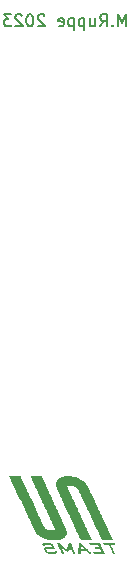
<source format=gbr>
%TF.GenerationSoftware,KiCad,Pcbnew,7.0.5*%
%TF.CreationDate,2023-06-11T14:56:47+10:00*%
%TF.ProjectId,Servo Controller 555,53657276-6f20-4436-9f6e-74726f6c6c65,rev?*%
%TF.SameCoordinates,Original*%
%TF.FileFunction,Legend,Bot*%
%TF.FilePolarity,Positive*%
%FSLAX46Y46*%
G04 Gerber Fmt 4.6, Leading zero omitted, Abs format (unit mm)*
G04 Created by KiCad (PCBNEW 7.0.5) date 2023-06-11 14:56:47*
%MOMM*%
%LPD*%
G01*
G04 APERTURE LIST*
%ADD10C,0.150000*%
G04 APERTURE END LIST*
D10*
X235375220Y-62353819D02*
X235375220Y-61353819D01*
X235375220Y-61353819D02*
X235041887Y-62068104D01*
X235041887Y-62068104D02*
X234708554Y-61353819D01*
X234708554Y-61353819D02*
X234708554Y-62353819D01*
X234232363Y-62258580D02*
X234184744Y-62306200D01*
X234184744Y-62306200D02*
X234232363Y-62353819D01*
X234232363Y-62353819D02*
X234279982Y-62306200D01*
X234279982Y-62306200D02*
X234232363Y-62258580D01*
X234232363Y-62258580D02*
X234232363Y-62353819D01*
X233184745Y-62353819D02*
X233518078Y-61877628D01*
X233756173Y-62353819D02*
X233756173Y-61353819D01*
X233756173Y-61353819D02*
X233375221Y-61353819D01*
X233375221Y-61353819D02*
X233279983Y-61401438D01*
X233279983Y-61401438D02*
X233232364Y-61449057D01*
X233232364Y-61449057D02*
X233184745Y-61544295D01*
X233184745Y-61544295D02*
X233184745Y-61687152D01*
X233184745Y-61687152D02*
X233232364Y-61782390D01*
X233232364Y-61782390D02*
X233279983Y-61830009D01*
X233279983Y-61830009D02*
X233375221Y-61877628D01*
X233375221Y-61877628D02*
X233756173Y-61877628D01*
X232327602Y-61687152D02*
X232327602Y-62353819D01*
X232756173Y-61687152D02*
X232756173Y-62210961D01*
X232756173Y-62210961D02*
X232708554Y-62306200D01*
X232708554Y-62306200D02*
X232613316Y-62353819D01*
X232613316Y-62353819D02*
X232470459Y-62353819D01*
X232470459Y-62353819D02*
X232375221Y-62306200D01*
X232375221Y-62306200D02*
X232327602Y-62258580D01*
X231851411Y-61687152D02*
X231851411Y-62687152D01*
X231851411Y-61734771D02*
X231756173Y-61687152D01*
X231756173Y-61687152D02*
X231565697Y-61687152D01*
X231565697Y-61687152D02*
X231470459Y-61734771D01*
X231470459Y-61734771D02*
X231422840Y-61782390D01*
X231422840Y-61782390D02*
X231375221Y-61877628D01*
X231375221Y-61877628D02*
X231375221Y-62163342D01*
X231375221Y-62163342D02*
X231422840Y-62258580D01*
X231422840Y-62258580D02*
X231470459Y-62306200D01*
X231470459Y-62306200D02*
X231565697Y-62353819D01*
X231565697Y-62353819D02*
X231756173Y-62353819D01*
X231756173Y-62353819D02*
X231851411Y-62306200D01*
X230946649Y-61687152D02*
X230946649Y-62687152D01*
X230946649Y-61734771D02*
X230851411Y-61687152D01*
X230851411Y-61687152D02*
X230660935Y-61687152D01*
X230660935Y-61687152D02*
X230565697Y-61734771D01*
X230565697Y-61734771D02*
X230518078Y-61782390D01*
X230518078Y-61782390D02*
X230470459Y-61877628D01*
X230470459Y-61877628D02*
X230470459Y-62163342D01*
X230470459Y-62163342D02*
X230518078Y-62258580D01*
X230518078Y-62258580D02*
X230565697Y-62306200D01*
X230565697Y-62306200D02*
X230660935Y-62353819D01*
X230660935Y-62353819D02*
X230851411Y-62353819D01*
X230851411Y-62353819D02*
X230946649Y-62306200D01*
X229660935Y-62306200D02*
X229756173Y-62353819D01*
X229756173Y-62353819D02*
X229946649Y-62353819D01*
X229946649Y-62353819D02*
X230041887Y-62306200D01*
X230041887Y-62306200D02*
X230089506Y-62210961D01*
X230089506Y-62210961D02*
X230089506Y-61830009D01*
X230089506Y-61830009D02*
X230041887Y-61734771D01*
X230041887Y-61734771D02*
X229946649Y-61687152D01*
X229946649Y-61687152D02*
X229756173Y-61687152D01*
X229756173Y-61687152D02*
X229660935Y-61734771D01*
X229660935Y-61734771D02*
X229613316Y-61830009D01*
X229613316Y-61830009D02*
X229613316Y-61925247D01*
X229613316Y-61925247D02*
X230089506Y-62020485D01*
X228470458Y-61449057D02*
X228422839Y-61401438D01*
X228422839Y-61401438D02*
X228327601Y-61353819D01*
X228327601Y-61353819D02*
X228089506Y-61353819D01*
X228089506Y-61353819D02*
X227994268Y-61401438D01*
X227994268Y-61401438D02*
X227946649Y-61449057D01*
X227946649Y-61449057D02*
X227899030Y-61544295D01*
X227899030Y-61544295D02*
X227899030Y-61639533D01*
X227899030Y-61639533D02*
X227946649Y-61782390D01*
X227946649Y-61782390D02*
X228518077Y-62353819D01*
X228518077Y-62353819D02*
X227899030Y-62353819D01*
X227279982Y-61353819D02*
X227184744Y-61353819D01*
X227184744Y-61353819D02*
X227089506Y-61401438D01*
X227089506Y-61401438D02*
X227041887Y-61449057D01*
X227041887Y-61449057D02*
X226994268Y-61544295D01*
X226994268Y-61544295D02*
X226946649Y-61734771D01*
X226946649Y-61734771D02*
X226946649Y-61972866D01*
X226946649Y-61972866D02*
X226994268Y-62163342D01*
X226994268Y-62163342D02*
X227041887Y-62258580D01*
X227041887Y-62258580D02*
X227089506Y-62306200D01*
X227089506Y-62306200D02*
X227184744Y-62353819D01*
X227184744Y-62353819D02*
X227279982Y-62353819D01*
X227279982Y-62353819D02*
X227375220Y-62306200D01*
X227375220Y-62306200D02*
X227422839Y-62258580D01*
X227422839Y-62258580D02*
X227470458Y-62163342D01*
X227470458Y-62163342D02*
X227518077Y-61972866D01*
X227518077Y-61972866D02*
X227518077Y-61734771D01*
X227518077Y-61734771D02*
X227470458Y-61544295D01*
X227470458Y-61544295D02*
X227422839Y-61449057D01*
X227422839Y-61449057D02*
X227375220Y-61401438D01*
X227375220Y-61401438D02*
X227279982Y-61353819D01*
X226565696Y-61449057D02*
X226518077Y-61401438D01*
X226518077Y-61401438D02*
X226422839Y-61353819D01*
X226422839Y-61353819D02*
X226184744Y-61353819D01*
X226184744Y-61353819D02*
X226089506Y-61401438D01*
X226089506Y-61401438D02*
X226041887Y-61449057D01*
X226041887Y-61449057D02*
X225994268Y-61544295D01*
X225994268Y-61544295D02*
X225994268Y-61639533D01*
X225994268Y-61639533D02*
X226041887Y-61782390D01*
X226041887Y-61782390D02*
X226613315Y-62353819D01*
X226613315Y-62353819D02*
X225994268Y-62353819D01*
X225660934Y-61353819D02*
X225041887Y-61353819D01*
X225041887Y-61353819D02*
X225375220Y-61734771D01*
X225375220Y-61734771D02*
X225232363Y-61734771D01*
X225232363Y-61734771D02*
X225137125Y-61782390D01*
X225137125Y-61782390D02*
X225089506Y-61830009D01*
X225089506Y-61830009D02*
X225041887Y-61925247D01*
X225041887Y-61925247D02*
X225041887Y-62163342D01*
X225041887Y-62163342D02*
X225089506Y-62258580D01*
X225089506Y-62258580D02*
X225137125Y-62306200D01*
X225137125Y-62306200D02*
X225232363Y-62353819D01*
X225232363Y-62353819D02*
X225518077Y-62353819D01*
X225518077Y-62353819D02*
X225613315Y-62306200D01*
X225613315Y-62306200D02*
X225660934Y-62258580D01*
%TO.C,G\u002A\u002A\u002A*%
G36*
X234442618Y-106162908D02*
G01*
X234445406Y-106169317D01*
X234453961Y-106187967D01*
X234465290Y-106211901D01*
X234477703Y-106237525D01*
X234485153Y-106253155D01*
X234494176Y-106273651D01*
X234499700Y-106288352D01*
X234500743Y-106294813D01*
X234498173Y-106295308D01*
X234485121Y-106296089D01*
X234462373Y-106296783D01*
X234431375Y-106297367D01*
X234393573Y-106297814D01*
X234350412Y-106298101D01*
X234303339Y-106298202D01*
X234274479Y-106298240D01*
X234229901Y-106298456D01*
X234190261Y-106298843D01*
X234156970Y-106299376D01*
X234131441Y-106300029D01*
X234115088Y-106300779D01*
X234109323Y-106301600D01*
X234111358Y-106306464D01*
X234118097Y-106321319D01*
X234129118Y-106345195D01*
X234143972Y-106377132D01*
X234162210Y-106416169D01*
X234183383Y-106461347D01*
X234207043Y-106511706D01*
X234232741Y-106566285D01*
X234260029Y-106624125D01*
X234282709Y-106672165D01*
X234309587Y-106729140D01*
X234334878Y-106782794D01*
X234358077Y-106832052D01*
X234378676Y-106875839D01*
X234396171Y-106913078D01*
X234410055Y-106942694D01*
X234419822Y-106963612D01*
X234424967Y-106974755D01*
X234439198Y-107006258D01*
X234338175Y-107006258D01*
X234237152Y-107006258D01*
X234070270Y-106652230D01*
X233903387Y-106298202D01*
X233704066Y-106298202D01*
X233690212Y-106298197D01*
X233635271Y-106298040D01*
X233591150Y-106297637D01*
X233556889Y-106296953D01*
X233531524Y-106295952D01*
X233514092Y-106294601D01*
X233503632Y-106292862D01*
X233499181Y-106290702D01*
X233498107Y-106289030D01*
X233492206Y-106277998D01*
X233483212Y-106259918D01*
X233472322Y-106237336D01*
X233460731Y-106212799D01*
X233449635Y-106188854D01*
X233440229Y-106168048D01*
X233433709Y-106152927D01*
X233431270Y-106146037D01*
X233433545Y-106145671D01*
X233446403Y-106145100D01*
X233469838Y-106144561D01*
X233502971Y-106144061D01*
X233544923Y-106143605D01*
X233594815Y-106143201D01*
X233651768Y-106142855D01*
X233714903Y-106142574D01*
X233783342Y-106142365D01*
X233856206Y-106142235D01*
X233932616Y-106142190D01*
X234433961Y-106142190D01*
X234442618Y-106162908D01*
G37*
G36*
X232713044Y-106142222D02*
G01*
X233158248Y-106142254D01*
X233359264Y-106568757D01*
X233368419Y-106588183D01*
X233399674Y-106654522D01*
X233429337Y-106717511D01*
X233457015Y-106776316D01*
X233482316Y-106830104D01*
X233504850Y-106878039D01*
X233524223Y-106919289D01*
X233540045Y-106953020D01*
X233551923Y-106978398D01*
X233559465Y-106994589D01*
X233562280Y-107000759D01*
X233561035Y-107001262D01*
X233549860Y-107002228D01*
X233527619Y-107003110D01*
X233494936Y-107003899D01*
X233452440Y-107004588D01*
X233400755Y-107005168D01*
X233340509Y-107005634D01*
X233272328Y-107005975D01*
X233196838Y-107006186D01*
X233114665Y-107006258D01*
X232665050Y-107006258D01*
X232628127Y-106928753D01*
X232622972Y-106917898D01*
X232610460Y-106891240D01*
X232600379Y-106869310D01*
X232593652Y-106854136D01*
X232591204Y-106847747D01*
X232595052Y-106847225D01*
X232609825Y-106846615D01*
X232634681Y-106846050D01*
X232668561Y-106845544D01*
X232710405Y-106845105D01*
X232759153Y-106844745D01*
X232813746Y-106844474D01*
X232873126Y-106844304D01*
X232936231Y-106844245D01*
X232987633Y-106844215D01*
X233047799Y-106844101D01*
X233103381Y-106843908D01*
X233153318Y-106843645D01*
X233196551Y-106843321D01*
X233232021Y-106842943D01*
X233258669Y-106842520D01*
X233275434Y-106842059D01*
X233281258Y-106841570D01*
X233278874Y-106835632D01*
X233272172Y-106820561D01*
X233261948Y-106798111D01*
X233248997Y-106770029D01*
X233234116Y-106738062D01*
X233186973Y-106637229D01*
X232985950Y-106635650D01*
X232784926Y-106634071D01*
X232751070Y-106561954D01*
X232748203Y-106555839D01*
X232736066Y-106529701D01*
X232726224Y-106508123D01*
X232719624Y-106493200D01*
X232717214Y-106487027D01*
X232719449Y-106486602D01*
X232731924Y-106485958D01*
X232754117Y-106485386D01*
X232784620Y-106484905D01*
X232822021Y-106484536D01*
X232864909Y-106484300D01*
X232911875Y-106484217D01*
X232940930Y-106484167D01*
X232985796Y-106483880D01*
X233025833Y-106483367D01*
X233059606Y-106482662D01*
X233085681Y-106481796D01*
X233102624Y-106480804D01*
X233109001Y-106479717D01*
X233108169Y-106475525D01*
X233103008Y-106461926D01*
X233093973Y-106440846D01*
X233081869Y-106414152D01*
X233067504Y-106383709D01*
X233023542Y-106292202D01*
X232681439Y-106292202D01*
X232339335Y-106292202D01*
X232318180Y-106250195D01*
X232305853Y-106225191D01*
X232292832Y-106197886D01*
X232282432Y-106175189D01*
X232267839Y-106142190D01*
X232713044Y-106142222D01*
G37*
G36*
X232169870Y-106698956D02*
G01*
X232221920Y-106749161D01*
X232270173Y-106795737D01*
X232313937Y-106838013D01*
X232352518Y-106875319D01*
X232385222Y-106906986D01*
X232411357Y-106932345D01*
X232430229Y-106950724D01*
X232441144Y-106961454D01*
X232486099Y-107006258D01*
X232386546Y-107006258D01*
X232286994Y-107006258D01*
X232187588Y-106910189D01*
X232088182Y-106814120D01*
X231816152Y-106815681D01*
X231544121Y-106817243D01*
X231537111Y-106901250D01*
X231536326Y-106910685D01*
X231533828Y-106941118D01*
X231531743Y-106967113D01*
X231530271Y-106986161D01*
X231529610Y-106995757D01*
X231528782Y-106999076D01*
X231525370Y-107001869D01*
X231517815Y-107003832D01*
X231504547Y-107005109D01*
X231483993Y-107005843D01*
X231454583Y-107006178D01*
X231414744Y-107006258D01*
X231300367Y-107006258D01*
X231303883Y-106980756D01*
X231304693Y-106974188D01*
X231306781Y-106955808D01*
X231309852Y-106927901D01*
X231313782Y-106891659D01*
X231318445Y-106848276D01*
X231323716Y-106798943D01*
X231329469Y-106744852D01*
X231335579Y-106687195D01*
X231339748Y-106647730D01*
X231553059Y-106647730D01*
X231553689Y-106650548D01*
X231556452Y-106652917D01*
X231562582Y-106654744D01*
X231573312Y-106656100D01*
X231589876Y-106657052D01*
X231613507Y-106657672D01*
X231645438Y-106658029D01*
X231686904Y-106658192D01*
X231739137Y-106658231D01*
X231761079Y-106658199D01*
X231805201Y-106657933D01*
X231844535Y-106657426D01*
X231877641Y-106656713D01*
X231903074Y-106655830D01*
X231919391Y-106654811D01*
X231925151Y-106653691D01*
X231924414Y-106652535D01*
X231917001Y-106644173D01*
X231902343Y-106628651D01*
X231881332Y-106606884D01*
X231854859Y-106579788D01*
X231823817Y-106548278D01*
X231789099Y-106513269D01*
X231751597Y-106475676D01*
X231578044Y-106302199D01*
X231574837Y-106322703D01*
X231574372Y-106326534D01*
X231572949Y-106342266D01*
X231571008Y-106366897D01*
X231568687Y-106398358D01*
X231566124Y-106434580D01*
X231563458Y-106473496D01*
X231560827Y-106513037D01*
X231558371Y-106551135D01*
X231556227Y-106585722D01*
X231554535Y-106614729D01*
X231553433Y-106636087D01*
X231553059Y-106647730D01*
X231339748Y-106647730D01*
X231341920Y-106627166D01*
X231348368Y-106565955D01*
X231354796Y-106504755D01*
X231361081Y-106444759D01*
X231367095Y-106387158D01*
X231372714Y-106333145D01*
X231377812Y-106283912D01*
X231382265Y-106240651D01*
X231385946Y-106204555D01*
X231388731Y-106176815D01*
X231390494Y-106158624D01*
X231391109Y-106151174D01*
X231392430Y-106148040D01*
X231397800Y-106145570D01*
X231408816Y-106143914D01*
X231427065Y-106142933D01*
X231454136Y-106142490D01*
X231491617Y-106142447D01*
X231592125Y-106142703D01*
X231994157Y-106529677D01*
X231997879Y-106533260D01*
X232057156Y-106590336D01*
X232114718Y-106645791D01*
X232122913Y-106653691D01*
X232169870Y-106698956D01*
G37*
G36*
X230029315Y-106397183D02*
G01*
X230035072Y-106401759D01*
X230095571Y-106449697D01*
X230151017Y-106493352D01*
X230200878Y-106532317D01*
X230244617Y-106566182D01*
X230281702Y-106594538D01*
X230311597Y-106616977D01*
X230333769Y-106633090D01*
X230347683Y-106642468D01*
X230352805Y-106644702D01*
X230353800Y-106641744D01*
X230358150Y-106628366D01*
X230365525Y-106605493D01*
X230375535Y-106574340D01*
X230387790Y-106536120D01*
X230401901Y-106492049D01*
X230417477Y-106443341D01*
X230434130Y-106391210D01*
X230512677Y-106145190D01*
X230596365Y-106143699D01*
X230680053Y-106142207D01*
X230881069Y-106568974D01*
X230890308Y-106588590D01*
X230921553Y-106654944D01*
X230951206Y-106717945D01*
X230978876Y-106776757D01*
X231004171Y-106830548D01*
X231026700Y-106878485D01*
X231046071Y-106919733D01*
X231061892Y-106953459D01*
X231073773Y-106978830D01*
X231081320Y-106995013D01*
X231084143Y-107001173D01*
X231084078Y-107001605D01*
X231077063Y-107003451D01*
X231060183Y-107004677D01*
X231035215Y-107005198D01*
X231003931Y-107004931D01*
X230921661Y-107003258D01*
X230786479Y-106716612D01*
X230774766Y-106691807D01*
X230749581Y-106638685D01*
X230726126Y-106589506D01*
X230704883Y-106545259D01*
X230686332Y-106506932D01*
X230670952Y-106475516D01*
X230659224Y-106451999D01*
X230651628Y-106437370D01*
X230648644Y-106432620D01*
X230648125Y-106433763D01*
X230644491Y-106444127D01*
X230637833Y-106464237D01*
X230628544Y-106492874D01*
X230617017Y-106528815D01*
X230603643Y-106570841D01*
X230588814Y-106617730D01*
X230572924Y-106668261D01*
X230499856Y-106901250D01*
X230478946Y-106901175D01*
X230478244Y-106901159D01*
X230473040Y-106900302D01*
X230466360Y-106897741D01*
X230457495Y-106892937D01*
X230445740Y-106885349D01*
X230430387Y-106874439D01*
X230410730Y-106859665D01*
X230386062Y-106840488D01*
X230355675Y-106816368D01*
X230318864Y-106786765D01*
X230274921Y-106751138D01*
X230223139Y-106708948D01*
X230162812Y-106659656D01*
X230149338Y-106648638D01*
X230098477Y-106607094D01*
X230050590Y-106568044D01*
X230006464Y-106532127D01*
X229966888Y-106499983D01*
X229932651Y-106472249D01*
X229904541Y-106449567D01*
X229883348Y-106432573D01*
X229869859Y-106421909D01*
X229864864Y-106418212D01*
X229865269Y-106419644D01*
X229869715Y-106430131D01*
X229878602Y-106449961D01*
X229891474Y-106478143D01*
X229907872Y-106513686D01*
X229927339Y-106555602D01*
X229949417Y-106602899D01*
X229973648Y-106654586D01*
X229999575Y-106709675D01*
X230012943Y-106738038D01*
X230038193Y-106791683D01*
X230061598Y-106841502D01*
X230082688Y-106886489D01*
X230100994Y-106925643D01*
X230116048Y-106957959D01*
X230127381Y-106982435D01*
X230134525Y-106998066D01*
X230137011Y-107003850D01*
X230134928Y-107004381D01*
X230123049Y-107005023D01*
X230102417Y-107005340D01*
X230075061Y-107005310D01*
X230043010Y-107004910D01*
X229949010Y-107003258D01*
X229758225Y-106598226D01*
X229728167Y-106534419D01*
X229698265Y-106470948D01*
X229670031Y-106411027D01*
X229643896Y-106355569D01*
X229620291Y-106305487D01*
X229599645Y-106261694D01*
X229582391Y-106225105D01*
X229568958Y-106196633D01*
X229559778Y-106177191D01*
X229555280Y-106167692D01*
X229543120Y-106142190D01*
X229625861Y-106142190D01*
X229708603Y-106142190D01*
X230029315Y-106397183D01*
G37*
G36*
X228895710Y-106143245D02*
G01*
X228937180Y-106143847D01*
X228971417Y-106144856D01*
X228999463Y-106146334D01*
X229022360Y-106148340D01*
X229041146Y-106150937D01*
X229056864Y-106154187D01*
X229070554Y-106158149D01*
X229083257Y-106162886D01*
X229096014Y-106168459D01*
X229118758Y-106180453D01*
X229145079Y-106199353D01*
X229169930Y-106223734D01*
X229194240Y-106254813D01*
X229218941Y-106293810D01*
X229244963Y-106341941D01*
X229273238Y-106400426D01*
X229293485Y-106445598D01*
X229311559Y-106490806D01*
X229323231Y-106527885D01*
X229328570Y-106557888D01*
X229327642Y-106581871D01*
X229320516Y-106600886D01*
X229307261Y-106615987D01*
X229287944Y-106628228D01*
X229257941Y-106643229D01*
X228947417Y-106645029D01*
X228925626Y-106645161D01*
X228867074Y-106645568D01*
X228812706Y-106646023D01*
X228763638Y-106646512D01*
X228720987Y-106647020D01*
X228685871Y-106647534D01*
X228659405Y-106648040D01*
X228642707Y-106648522D01*
X228636892Y-106648967D01*
X228638660Y-106653330D01*
X228644790Y-106667013D01*
X228654518Y-106688240D01*
X228667026Y-106715224D01*
X228681491Y-106746175D01*
X228726089Y-106841245D01*
X229029940Y-106842800D01*
X229333791Y-106844356D01*
X229329586Y-106830799D01*
X229325705Y-106820697D01*
X229317676Y-106802661D01*
X229307770Y-106782133D01*
X229299387Y-106764525D01*
X229293751Y-106750821D01*
X229292447Y-106744734D01*
X229295859Y-106744160D01*
X229309245Y-106745263D01*
X229330321Y-106748369D01*
X229356661Y-106752986D01*
X229385840Y-106758620D01*
X229415434Y-106764779D01*
X229443016Y-106770969D01*
X229466163Y-106776697D01*
X229482449Y-106781470D01*
X229489448Y-106784795D01*
X229491629Y-106788643D01*
X229499290Y-106805581D01*
X229508392Y-106828983D01*
X229517601Y-106855130D01*
X229525583Y-106880298D01*
X229531004Y-106900767D01*
X229534112Y-106919397D01*
X229533057Y-106947520D01*
X229522655Y-106968973D01*
X229502155Y-106984948D01*
X229470808Y-106996640D01*
X229456631Y-106998776D01*
X229431846Y-107000661D01*
X229397856Y-107002292D01*
X229356056Y-107003667D01*
X229307844Y-107004784D01*
X229254616Y-107005641D01*
X229197769Y-107006238D01*
X229138700Y-107006572D01*
X229078806Y-107006642D01*
X229019483Y-107006447D01*
X228962128Y-107005983D01*
X228908137Y-107005251D01*
X228858908Y-107004248D01*
X228815837Y-107002972D01*
X228780321Y-107001423D01*
X228753756Y-106999598D01*
X228737540Y-106997496D01*
X228700401Y-106987984D01*
X228665732Y-106974011D01*
X228635688Y-106954773D01*
X228606378Y-106928214D01*
X228596665Y-106917923D01*
X228585074Y-106904126D01*
X228573877Y-106888424D01*
X228561988Y-106869017D01*
X228548324Y-106844109D01*
X228531799Y-106811901D01*
X228511330Y-106770594D01*
X228500313Y-106747985D01*
X228474902Y-106694002D01*
X228455326Y-106648933D01*
X228441337Y-106611774D01*
X228432684Y-106581525D01*
X228429121Y-106557183D01*
X228430396Y-106537746D01*
X228436262Y-106522212D01*
X228446469Y-106509578D01*
X228451960Y-106504537D01*
X228458547Y-106499246D01*
X228465969Y-106494818D01*
X228475241Y-106491168D01*
X228487377Y-106488213D01*
X228503392Y-106485867D01*
X228524303Y-106484048D01*
X228551124Y-106482670D01*
X228584869Y-106481649D01*
X228626555Y-106480901D01*
X228677197Y-106480342D01*
X228737808Y-106479887D01*
X228809406Y-106479453D01*
X228833739Y-106479300D01*
X228892442Y-106478836D01*
X228946924Y-106478273D01*
X228996073Y-106477630D01*
X229038778Y-106476929D01*
X229073928Y-106476188D01*
X229100411Y-106475426D01*
X229117115Y-106474664D01*
X229122931Y-106473921D01*
X229122030Y-106471215D01*
X229116944Y-106459169D01*
X229108124Y-106439365D01*
X229096436Y-106413735D01*
X229082745Y-106384211D01*
X229042558Y-106298202D01*
X228758719Y-106298202D01*
X228702129Y-106298246D01*
X228648847Y-106298372D01*
X228600557Y-106298573D01*
X228558428Y-106298838D01*
X228523628Y-106299160D01*
X228497324Y-106299529D01*
X228480685Y-106299936D01*
X228474880Y-106300372D01*
X228474933Y-106300655D01*
X228477859Y-106308125D01*
X228484372Y-106323206D01*
X228493234Y-106343023D01*
X228494699Y-106346274D01*
X228502949Y-106365467D01*
X228508297Y-106379469D01*
X228509647Y-106385444D01*
X228507101Y-106385416D01*
X228494692Y-106383578D01*
X228473818Y-106379840D01*
X228446509Y-106374572D01*
X228414795Y-106368144D01*
X228321885Y-106348903D01*
X228308814Y-106322052D01*
X228301833Y-106305379D01*
X228293167Y-106279843D01*
X228286072Y-106253993D01*
X228282151Y-106235002D01*
X228279942Y-106207705D01*
X228284632Y-106187450D01*
X228296972Y-106171986D01*
X228317711Y-106159060D01*
X228345870Y-106145190D01*
X228671968Y-106143492D01*
X228717503Y-106143268D01*
X228786913Y-106143017D01*
X228845968Y-106142989D01*
X228895710Y-106143245D01*
G37*
G36*
X226166890Y-100461583D02*
G01*
X226224743Y-100461901D01*
X226276451Y-100462399D01*
X226320551Y-100463078D01*
X226355578Y-100463938D01*
X226380070Y-100464978D01*
X226442429Y-100468743D01*
X226493135Y-100576752D01*
X226510273Y-100613261D01*
X226544545Y-100686289D01*
X226578681Y-100759058D01*
X226612944Y-100832124D01*
X226647591Y-100906044D01*
X226682885Y-100981376D01*
X226719086Y-101058675D01*
X226756453Y-101138498D01*
X226795246Y-101221403D01*
X226835727Y-101307946D01*
X226878156Y-101398685D01*
X226922792Y-101494175D01*
X226969897Y-101594974D01*
X227019729Y-101701638D01*
X227072551Y-101814725D01*
X227128622Y-101934791D01*
X227188202Y-102062392D01*
X227251551Y-102198087D01*
X227318931Y-102342431D01*
X227390600Y-102495982D01*
X227466821Y-102659296D01*
X227547852Y-102832929D01*
X227563686Y-102866860D01*
X227641188Y-103032937D01*
X227713819Y-103188567D01*
X227781746Y-103334107D01*
X227845141Y-103469914D01*
X227904172Y-103596345D01*
X227959010Y-103713758D01*
X228009825Y-103822508D01*
X228056785Y-103922954D01*
X228100062Y-104015453D01*
X228139825Y-104100362D01*
X228176243Y-104178038D01*
X228209486Y-104248838D01*
X228239725Y-104313119D01*
X228267128Y-104371238D01*
X228291866Y-104423553D01*
X228314109Y-104470421D01*
X228334026Y-104512199D01*
X228351787Y-104549243D01*
X228367562Y-104581912D01*
X228381521Y-104610562D01*
X228393832Y-104635551D01*
X228404668Y-104657235D01*
X228414196Y-104675972D01*
X228422586Y-104692119D01*
X228430010Y-104706033D01*
X228436636Y-104718071D01*
X228442633Y-104728590D01*
X228448173Y-104737948D01*
X228453425Y-104746502D01*
X228458557Y-104754608D01*
X228463742Y-104762624D01*
X228469147Y-104770908D01*
X228476864Y-104782509D01*
X228508584Y-104825123D01*
X228542151Y-104861156D01*
X228580061Y-104892755D01*
X228624810Y-104922064D01*
X228678896Y-104951232D01*
X228705800Y-104964433D01*
X228733873Y-104977278D01*
X228760591Y-104988036D01*
X228787289Y-104996910D01*
X228815303Y-105004103D01*
X228845969Y-105009817D01*
X228880622Y-105014257D01*
X228920597Y-105017625D01*
X228967231Y-105020123D01*
X229021859Y-105021956D01*
X229085817Y-105023325D01*
X229160439Y-105024435D01*
X229404964Y-105027621D01*
X229390620Y-104995359D01*
X229390129Y-104994258D01*
X229381183Y-104974388D01*
X229367462Y-104944203D01*
X229349214Y-104904237D01*
X229326685Y-104855026D01*
X229300121Y-104797102D01*
X229269770Y-104731001D01*
X229235876Y-104657257D01*
X229198688Y-104576405D01*
X229158451Y-104488980D01*
X229115412Y-104395515D01*
X229069817Y-104296546D01*
X229021913Y-104192606D01*
X228971946Y-104084231D01*
X228920163Y-103971954D01*
X228866811Y-103856311D01*
X228812135Y-103737836D01*
X228756382Y-103617063D01*
X228699799Y-103494526D01*
X228642631Y-103370762D01*
X228585127Y-103246303D01*
X228527531Y-103121684D01*
X228470092Y-102997440D01*
X228413054Y-102874106D01*
X228356664Y-102752216D01*
X228301170Y-102632303D01*
X228246817Y-102514904D01*
X228191219Y-102394830D01*
X228107419Y-102213803D01*
X228028509Y-102043278D01*
X227954384Y-101883026D01*
X227884937Y-101732815D01*
X227820062Y-101592414D01*
X227759653Y-101461591D01*
X227703605Y-101340116D01*
X227651811Y-101227757D01*
X227604166Y-101124283D01*
X227560563Y-101029464D01*
X227520896Y-100943067D01*
X227485060Y-100864862D01*
X227452949Y-100794618D01*
X227424455Y-100732104D01*
X227399475Y-100677088D01*
X227377901Y-100629339D01*
X227359627Y-100588627D01*
X227344548Y-100554720D01*
X227332558Y-100527386D01*
X227323550Y-100506396D01*
X227317419Y-100491517D01*
X227314058Y-100482519D01*
X227313362Y-100479170D01*
X227314310Y-100478884D01*
X227324733Y-100478004D01*
X227345653Y-100477101D01*
X227375945Y-100476183D01*
X227414484Y-100475264D01*
X227460145Y-100474353D01*
X227511804Y-100473462D01*
X227568336Y-100472602D01*
X227628616Y-100471783D01*
X227691519Y-100471018D01*
X227755920Y-100470317D01*
X227820695Y-100469692D01*
X227884719Y-100469152D01*
X227946867Y-100468711D01*
X228006014Y-100468377D01*
X228061035Y-100468164D01*
X228110806Y-100468081D01*
X228154201Y-100468140D01*
X228190096Y-100468352D01*
X228217367Y-100468728D01*
X228234888Y-100469279D01*
X228241534Y-100470016D01*
X228242213Y-100471228D01*
X228247294Y-100481623D01*
X228257085Y-100502214D01*
X228271357Y-100532513D01*
X228289884Y-100572030D01*
X228312439Y-100620277D01*
X228338793Y-100676764D01*
X228368720Y-100741004D01*
X228401993Y-100812507D01*
X228438384Y-100890784D01*
X228477665Y-100975346D01*
X228519610Y-101065705D01*
X228563991Y-101161372D01*
X228610582Y-101261858D01*
X228659153Y-101366674D01*
X228709479Y-101475331D01*
X228761332Y-101587341D01*
X228814485Y-101702214D01*
X228832754Y-101741706D01*
X228891570Y-101868842D01*
X228951771Y-101998963D01*
X229012928Y-102131144D01*
X229074614Y-102264459D01*
X229136401Y-102397984D01*
X229197859Y-102530793D01*
X229258562Y-102661962D01*
X229318080Y-102790564D01*
X229375986Y-102915676D01*
X229431851Y-103036371D01*
X229485248Y-103151724D01*
X229535748Y-103260811D01*
X229582923Y-103362707D01*
X229626344Y-103456485D01*
X229665584Y-103541222D01*
X229700215Y-103615991D01*
X229746500Y-103715942D01*
X229810695Y-103854681D01*
X229870100Y-103983217D01*
X229924893Y-104101948D01*
X229975253Y-104211271D01*
X230021360Y-104311584D01*
X230063391Y-104403282D01*
X230101526Y-104486763D01*
X230135944Y-104562423D01*
X230166823Y-104630661D01*
X230194343Y-104691872D01*
X230218683Y-104746454D01*
X230240021Y-104794804D01*
X230258536Y-104837318D01*
X230274407Y-104874394D01*
X230287813Y-104906428D01*
X230298933Y-104933818D01*
X230307946Y-104956960D01*
X230315030Y-104976252D01*
X230320366Y-104992090D01*
X230320706Y-104993170D01*
X230330287Y-105031050D01*
X230337599Y-105076733D01*
X230342738Y-105131231D01*
X230345802Y-105195556D01*
X230346885Y-105270721D01*
X230347027Y-105362328D01*
X230313225Y-105429734D01*
X230311391Y-105433384D01*
X230287100Y-105479593D01*
X230264561Y-105517608D01*
X230241739Y-105550366D01*
X230216600Y-105580804D01*
X230187109Y-105611860D01*
X230123940Y-105668367D01*
X230052202Y-105719004D01*
X229973084Y-105762180D01*
X229885838Y-105798251D01*
X229789717Y-105827571D01*
X229683975Y-105850494D01*
X229677644Y-105851470D01*
X229651778Y-105853940D01*
X229615857Y-105855893D01*
X229571317Y-105857349D01*
X229519595Y-105858327D01*
X229462128Y-105858845D01*
X229400354Y-105858923D01*
X229335709Y-105858579D01*
X229269630Y-105857832D01*
X229203555Y-105856702D01*
X229138920Y-105855207D01*
X229077163Y-105853366D01*
X229019720Y-105851199D01*
X228968029Y-105848724D01*
X228923526Y-105845960D01*
X228887650Y-105842926D01*
X228861835Y-105839641D01*
X228854139Y-105838326D01*
X228768442Y-105820708D01*
X228676988Y-105797002D01*
X228583256Y-105768269D01*
X228490725Y-105735566D01*
X228402874Y-105699953D01*
X228308045Y-105655315D01*
X228185435Y-105586611D01*
X228070584Y-105508976D01*
X227963763Y-105422632D01*
X227865239Y-105327800D01*
X227775281Y-105224704D01*
X227694157Y-105113565D01*
X227693119Y-105112008D01*
X227687957Y-105104304D01*
X227683074Y-105097022D01*
X227678332Y-105089874D01*
X227673593Y-105082570D01*
X227668721Y-105074820D01*
X227663578Y-105066335D01*
X227658027Y-105056824D01*
X227651930Y-105045998D01*
X227645151Y-105033568D01*
X227637551Y-105019243D01*
X227628994Y-105002735D01*
X227619342Y-104983753D01*
X227608459Y-104962007D01*
X227596205Y-104937209D01*
X227582445Y-104909068D01*
X227567041Y-104877295D01*
X227549856Y-104841599D01*
X227530752Y-104801692D01*
X227509592Y-104757284D01*
X227486239Y-104708085D01*
X227460555Y-104653805D01*
X227432404Y-104594154D01*
X227401647Y-104528844D01*
X227368147Y-104457584D01*
X227331768Y-104380084D01*
X227292372Y-104296056D01*
X227249821Y-104205208D01*
X227203978Y-104107253D01*
X227154707Y-104001899D01*
X227101869Y-103888857D01*
X227045327Y-103767838D01*
X226984944Y-103638552D01*
X226920583Y-103500709D01*
X226852106Y-103354020D01*
X226779376Y-103198194D01*
X226702256Y-103032943D01*
X226620608Y-102857976D01*
X226534296Y-102673004D01*
X226443181Y-102477737D01*
X226347126Y-102271885D01*
X225505736Y-100468743D01*
X225677704Y-100465077D01*
X225712799Y-100464391D01*
X225772686Y-100463452D01*
X225836674Y-100462692D01*
X225903298Y-100462111D01*
X225971096Y-100461709D01*
X226038602Y-100461487D01*
X226104355Y-100461445D01*
X226166890Y-100461583D01*
G37*
G36*
X230492659Y-100462580D02*
G01*
X230554939Y-100463193D01*
X230615207Y-100464316D01*
X230671510Y-100465938D01*
X230721890Y-100468049D01*
X230764393Y-100470640D01*
X230797063Y-100473700D01*
X230904440Y-100489161D01*
X231053230Y-100519311D01*
X231195410Y-100558913D01*
X231331697Y-100608176D01*
X231462809Y-100667308D01*
X231511410Y-100692245D01*
X231593506Y-100738514D01*
X231669011Y-100787266D01*
X231740853Y-100840597D01*
X231811956Y-100900597D01*
X231885250Y-100969359D01*
X231918737Y-101002629D01*
X231958723Y-101044185D01*
X231992992Y-101082562D01*
X232023664Y-101120278D01*
X232052860Y-101159852D01*
X232082701Y-101203801D01*
X232096259Y-101225709D01*
X232116581Y-101261387D01*
X232141248Y-101307064D01*
X232169995Y-101362207D01*
X232202558Y-101426279D01*
X232238674Y-101498745D01*
X232278077Y-101579072D01*
X232320505Y-101666722D01*
X232365692Y-101761163D01*
X232413375Y-101861857D01*
X232463290Y-101968271D01*
X232515172Y-102079870D01*
X232533564Y-102119594D01*
X232557588Y-102171458D01*
X232581790Y-102223677D01*
X232606346Y-102276627D01*
X232631431Y-102330683D01*
X232657219Y-102386220D01*
X232683886Y-102443615D01*
X232711608Y-102503243D01*
X232740559Y-102565479D01*
X232770915Y-102630699D01*
X232802850Y-102699279D01*
X232836541Y-102771594D01*
X232872162Y-102848020D01*
X232909889Y-102928931D01*
X232949896Y-103014705D01*
X232992359Y-103105716D01*
X233037453Y-103202340D01*
X233085354Y-103304952D01*
X233136236Y-103413929D01*
X233190275Y-103529645D01*
X233247646Y-103652477D01*
X233308524Y-103782799D01*
X233373084Y-103920987D01*
X233441502Y-104067417D01*
X233513953Y-104222465D01*
X233590611Y-104386506D01*
X233671653Y-104559916D01*
X233757253Y-104743069D01*
X233847587Y-104936342D01*
X233942830Y-105140111D01*
X233961733Y-105180557D01*
X234008015Y-105279638D01*
X234049524Y-105368602D01*
X234086504Y-105447987D01*
X234119195Y-105518331D01*
X234147840Y-105580174D01*
X234172681Y-105634053D01*
X234193959Y-105680508D01*
X234211916Y-105720075D01*
X234226794Y-105753295D01*
X234238835Y-105780705D01*
X234248280Y-105802844D01*
X234255373Y-105820251D01*
X234260354Y-105833463D01*
X234263465Y-105843020D01*
X234264949Y-105849459D01*
X234265047Y-105853320D01*
X234264001Y-105855141D01*
X234263705Y-105855252D01*
X234254996Y-105856003D01*
X234235357Y-105856680D01*
X234205729Y-105857276D01*
X234167050Y-105857784D01*
X234120261Y-105858197D01*
X234066299Y-105858509D01*
X234006105Y-105858711D01*
X233940618Y-105858798D01*
X233870776Y-105858763D01*
X233797520Y-105858597D01*
X233338705Y-105857167D01*
X232896168Y-104909093D01*
X232869123Y-104851154D01*
X232773997Y-104647380D01*
X232683695Y-104453970D01*
X232598027Y-104270518D01*
X232516805Y-104096622D01*
X232439839Y-103931876D01*
X232366938Y-103775876D01*
X232297914Y-103628219D01*
X232232577Y-103488498D01*
X232170737Y-103356311D01*
X232112205Y-103231252D01*
X232056791Y-103112918D01*
X232004305Y-103000904D01*
X231954559Y-102894806D01*
X231907362Y-102794218D01*
X231862525Y-102698738D01*
X231819858Y-102607961D01*
X231779172Y-102521481D01*
X231740277Y-102438896D01*
X231702983Y-102359800D01*
X231667101Y-102283789D01*
X231632442Y-102210459D01*
X231598816Y-102139405D01*
X231566033Y-102070223D01*
X231533903Y-102002509D01*
X231502238Y-101935859D01*
X231497378Y-101925636D01*
X231462240Y-101851791D01*
X231431722Y-101787853D01*
X231405375Y-101732985D01*
X231382751Y-101686350D01*
X231363401Y-101647110D01*
X231346876Y-101614429D01*
X231332728Y-101587469D01*
X231320507Y-101565394D01*
X231309767Y-101547366D01*
X231300057Y-101532549D01*
X231290929Y-101520105D01*
X231281935Y-101509198D01*
X231272626Y-101498989D01*
X231262553Y-101488643D01*
X231241062Y-101467921D01*
X231196197Y-101430903D01*
X231146673Y-101398587D01*
X231088821Y-101368435D01*
X231062915Y-101356630D01*
X231033415Y-101344645D01*
X231003911Y-101334656D01*
X230972902Y-101326416D01*
X230938890Y-101319679D01*
X230900374Y-101314200D01*
X230855855Y-101309733D01*
X230803834Y-101306031D01*
X230742810Y-101302848D01*
X230671286Y-101299939D01*
X230619056Y-101298297D01*
X230564956Y-101297238D01*
X230515776Y-101296947D01*
X230472930Y-101297407D01*
X230437828Y-101298603D01*
X230411883Y-101300517D01*
X230396508Y-101303134D01*
X230393196Y-101305811D01*
X230393357Y-101314431D01*
X230398939Y-101331132D01*
X230407522Y-101352434D01*
X230420424Y-101382952D01*
X230437320Y-101421802D01*
X230458326Y-101469236D01*
X230483555Y-101525504D01*
X230513120Y-101590859D01*
X230547137Y-101665551D01*
X230585720Y-101749833D01*
X230628982Y-101843955D01*
X230677038Y-101948169D01*
X230730002Y-102062726D01*
X230787988Y-102187879D01*
X230789866Y-102191927D01*
X230841438Y-102303159D01*
X230895830Y-102420512D01*
X230952768Y-102543401D01*
X231011982Y-102671238D01*
X231073202Y-102803436D01*
X231136155Y-102939410D01*
X231200571Y-103078573D01*
X231266179Y-103220338D01*
X231332707Y-103364118D01*
X231399885Y-103509328D01*
X231467441Y-103655379D01*
X231535104Y-103801687D01*
X231602603Y-103947663D01*
X231669667Y-104092723D01*
X231736024Y-104236278D01*
X231801404Y-104377742D01*
X231865536Y-104516530D01*
X231928148Y-104652053D01*
X231988969Y-104783727D01*
X232047729Y-104910963D01*
X232104155Y-105033176D01*
X232157978Y-105149779D01*
X232208925Y-105260185D01*
X232256725Y-105363807D01*
X232301109Y-105460060D01*
X232341803Y-105548357D01*
X232378538Y-105628110D01*
X232411042Y-105698734D01*
X232439044Y-105759642D01*
X232462273Y-105810247D01*
X232464742Y-105815720D01*
X232472939Y-105835468D01*
X232477894Y-105850090D01*
X232478612Y-105856751D01*
X232478259Y-105856861D01*
X232469557Y-105857398D01*
X232449963Y-105857907D01*
X232420400Y-105858382D01*
X232381792Y-105858815D01*
X232335062Y-105859200D01*
X232281133Y-105859531D01*
X232220928Y-105859799D01*
X232155371Y-105859999D01*
X232085385Y-105860125D01*
X232011893Y-105860168D01*
X231970287Y-105860160D01*
X231886137Y-105860085D01*
X231813028Y-105859920D01*
X231750296Y-105859655D01*
X231697279Y-105859280D01*
X231653315Y-105858783D01*
X231617741Y-105858155D01*
X231589893Y-105857384D01*
X231569111Y-105856461D01*
X231554730Y-105855374D01*
X231546089Y-105854113D01*
X231542524Y-105852667D01*
X231541852Y-105851543D01*
X231538198Y-105844331D01*
X231531468Y-105830433D01*
X231521575Y-105809655D01*
X231508429Y-105781808D01*
X231491941Y-105746700D01*
X231472023Y-105704140D01*
X231448586Y-105653936D01*
X231421541Y-105595897D01*
X231390799Y-105529831D01*
X231356271Y-105455548D01*
X231317869Y-105372856D01*
X231275504Y-105281563D01*
X231229087Y-105181479D01*
X231178529Y-105072411D01*
X231123741Y-104954169D01*
X231064635Y-104826562D01*
X231001122Y-104689397D01*
X230933113Y-104542484D01*
X230860519Y-104385631D01*
X230783251Y-104218647D01*
X230701221Y-104041340D01*
X230614340Y-103853520D01*
X230522518Y-103654994D01*
X230513389Y-103635255D01*
X230466011Y-103532813D01*
X230418543Y-103430179D01*
X230371380Y-103328204D01*
X230324917Y-103227741D01*
X230279547Y-103129644D01*
X230235666Y-103034765D01*
X230193667Y-102943956D01*
X230153945Y-102858071D01*
X230116895Y-102777962D01*
X230082910Y-102704481D01*
X230052385Y-102638483D01*
X230025715Y-102580818D01*
X230003294Y-102532340D01*
X229985516Y-102493903D01*
X229977649Y-102476891D01*
X229914683Y-102340525D01*
X229856669Y-102214477D01*
X229803410Y-102098290D01*
X229754708Y-101991509D01*
X229710365Y-101893678D01*
X229670183Y-101804341D01*
X229633963Y-101723041D01*
X229601508Y-101649323D01*
X229572620Y-101582731D01*
X229547100Y-101522808D01*
X229524751Y-101469100D01*
X229505375Y-101421149D01*
X229488774Y-101378500D01*
X229474750Y-101340697D01*
X229463104Y-101307285D01*
X229453639Y-101277806D01*
X229446156Y-101251805D01*
X229438006Y-101211043D01*
X229432963Y-101162745D01*
X229431196Y-101111202D01*
X229432712Y-101060107D01*
X229437518Y-101013159D01*
X229445622Y-100974052D01*
X229458820Y-100933275D01*
X229489056Y-100864310D01*
X229528356Y-100800120D01*
X229577699Y-100739209D01*
X229638061Y-100680086D01*
X229661782Y-100659962D01*
X229728498Y-100612065D01*
X229802240Y-100571076D01*
X229883736Y-100536716D01*
X229973712Y-100508704D01*
X230072895Y-100486760D01*
X230182014Y-100470605D01*
X230186260Y-100470134D01*
X230219539Y-100467488D01*
X230262541Y-100465409D01*
X230313310Y-100463889D01*
X230369889Y-100462918D01*
X230430324Y-100462484D01*
X230492659Y-100462580D01*
G37*
%TD*%
M02*

</source>
